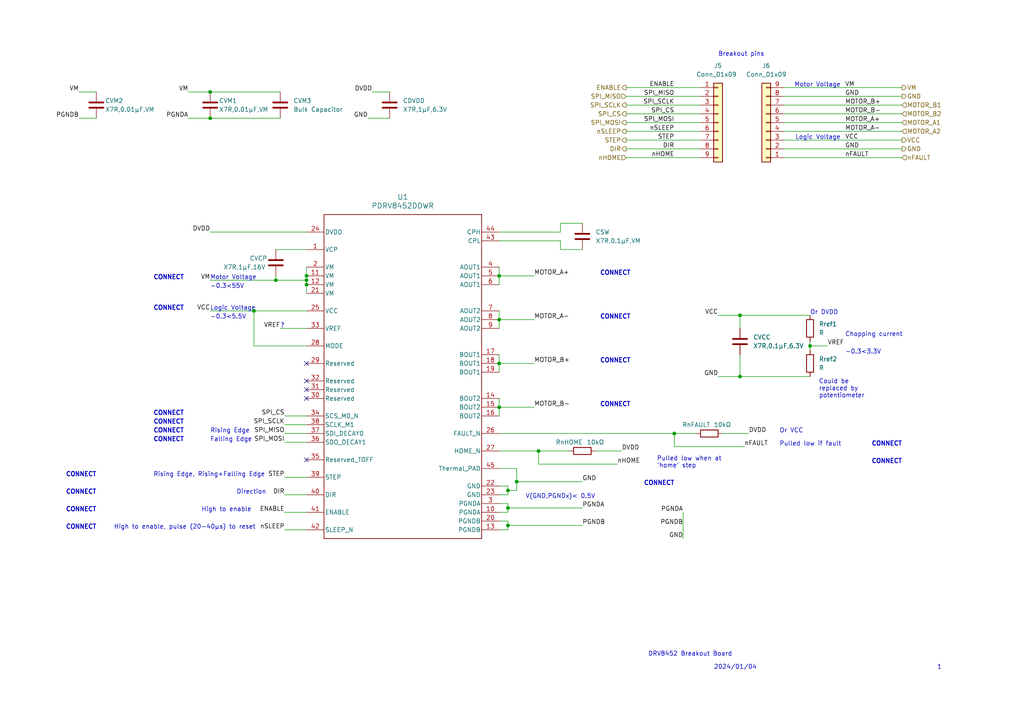
<source format=kicad_sch>
(kicad_sch (version 20230121) (generator eeschema)
  (paper "A4")
  (lib_symbols
    (symbol "Connector_Generic:Conn_01x09" (pin_names (offset 1.016) hide)
      (property "Reference" "J" (at 0 12.7 0))
      (property "Value" "Conn_01x09" (at 0 -12.7 0))
      (symbol "Conn_01x09_1_1"
        (rectangle (start -1.27 -10.033) (end 0 -10.287) (stroke (width 0.1524)))
        (rectangle (start -1.27 -7.493) (end 0 -7.747) (stroke (width 0.1524)))
        (rectangle (start -1.27 -4.953) (end 0 -5.207) (stroke (width 0.1524)))
        (rectangle (start -1.27 -2.413) (end 0 -2.667) (stroke (width 0.1524)))
        (rectangle (start -1.27 0.127) (end 0 -0.127) (stroke (width 0.1524)))
        (rectangle (start -1.27 2.667) (end 0 2.413) (stroke (width 0.1524)))
        (rectangle (start -1.27 5.207) (end 0 4.953) (stroke (width 0.1524)))
        (rectangle (start -1.27 7.747) (end 0 7.493) (stroke (width 0.1524)))
        (rectangle (start -1.27 10.287) (end 0 10.033) (stroke (width 0.1524)))
        (rectangle (start -1.27 11.43) (end 1.27 -11.43) (stroke (width 0.254)) (fill (type background)))
        (pin passive line (at -5.08 10.16 0) (length 3.81) (name "Pin_1") (number "1"))
        (pin passive line (at -5.08 7.62 0) (length 3.81) (name "Pin_2") (number "2"))
        (pin passive line (at -5.08 5.08 0) (length 3.81) (name "Pin_3") (number "3"))
        (pin passive line (at -5.08 2.54 0) (length 3.81) (name "Pin_4") (number "4"))
        (pin passive line (at -5.08 0 0) (length 3.81) (name "Pin_5") (number "5"))
        (pin passive line (at -5.08 -2.54 0) (length 3.81) (name "Pin_6") (number "6"))
        (pin passive line (at -5.08 -5.08 0) (length 3.81) (name "Pin_7") (number "7"))
        (pin passive line (at -5.08 -7.62 0) (length 3.81) (name "Pin_8") (number "8"))
        (pin passive line (at -5.08 -10.16 0) (length 3.81) (name "Pin_9") (number "9"))
      )
    )
    (symbol "DRV8452:PDRV8452DDWR" (pin_names (offset 0.254))
      (property "Reference" "U" (at 0 2.54 0))
      (property "Value" "PDRV8452DDWR" (at 0 0 0))
      (symbol "PDRV8452DDWR_0_1"
        (polyline (pts (xy 5.08 -88.9) (xy 50.8 -88.9)) (stroke (width 0.2032)))
        (polyline (pts (xy 5.08 5.08) (xy 5.08 -88.9)) (stroke (width 0.2032)))
        (polyline (pts (xy 50.8 -88.9) (xy 50.8 5.08)) (stroke (width 0.2032)))
        (polyline (pts (xy 50.8 5.08) (xy 5.08 5.08)) (stroke (width 0.2032)))
        (pin power_in line (at 0 -5.08 0) (length 5.08) (name "VCP") (number "1"))
        (pin power_in line (at 55.88 -81.28 180) (length 5.08) (name "PGNDA") (number "10"))
        (pin power_in line (at 0 -12.7 0) (length 5.08) (name "VM") (number "11"))
        (pin power_in line (at 0 -15.24 0) (length 5.08) (name "VM") (number "12"))
        (pin power_in line (at 55.88 -86.36 180) (length 5.08) (name "PGNDB") (number "13"))
        (pin unspecified line (at 55.88 -48.26 180) (length 5.08) (name "BOUT2") (number "14"))
        (pin unspecified line (at 55.88 -50.8 180) (length 5.08) (name "BOUT2") (number "15"))
        (pin unspecified line (at 55.88 -53.34 180) (length 5.08) (name "BOUT2") (number "16"))
        (pin unspecified line (at 55.88 -35.56 180) (length 5.08) (name "BOUT1") (number "17"))
        (pin unspecified line (at 55.88 -38.1 180) (length 5.08) (name "BOUT1") (number "18"))
        (pin unspecified line (at 55.88 -40.64 180) (length 5.08) (name "BOUT1") (number "19"))
        (pin power_in line (at 0 -10.16 0) (length 5.08) (name "VM") (number "2"))
        (pin power_in line (at 55.88 -83.82 180) (length 5.08) (name "PGNDB") (number "20"))
        (pin power_in line (at 0 -17.78 0) (length 5.08) (name "VM") (number "21"))
        (pin power_in line (at 55.88 -73.66 180) (length 5.08) (name "GND") (number "22"))
        (pin power_in line (at 55.88 -76.2 180) (length 5.08) (name "GND") (number "23"))
        (pin power_in line (at 0 0 0) (length 5.08) (name "DVDD") (number "24"))
        (pin power_in line (at 0 -22.86 0) (length 5.08) (name "VCC") (number "25"))
        (pin open_collector line (at 55.88 -58.42 180) (length 5.08) (name "FAULT_N") (number "26"))
        (pin open_collector line (at 55.88 -63.5 180) (length 5.08) (name "HOME_N") (number "27"))
        (pin input line (at 0 -33.02 0) (length 5.08) (name "MODE") (number "28"))
        (pin unspecified line (at 0 -38.1 0) (length 5.08) (name "Reserved") (number "29"))
        (pin power_in line (at 55.88 -78.74 180) (length 5.08) (name "PGNDA") (number "3"))
        (pin unspecified line (at 0 -48.26 0) (length 5.08) (name "Reserved") (number "30"))
        (pin unspecified line (at 0 -45.72 0) (length 5.08) (name "Reserved") (number "31"))
        (pin unspecified line (at 0 -43.18 0) (length 5.08) (name "Reserved") (number "32"))
        (pin unspecified line (at 0 -27.94 0) (length 5.08) (name "VREF") (number "33"))
        (pin input line (at 0 -53.34 0) (length 5.08) (name "SCS_M0_N") (number "34"))
        (pin unspecified line (at 0 -66.04 0) (length 5.08) (name "Reserved_TOFF") (number "35"))
        (pin output line (at 0 -60.96 0) (length 5.08) (name "SDO_DECAY1") (number "36"))
        (pin input line (at 0 -58.42 0) (length 5.08) (name "SDI_DECAY0") (number "37"))
        (pin input line (at 0 -55.88 0) (length 5.08) (name "SCLK_M1") (number "38"))
        (pin input line (at 0 -71.12 0) (length 5.08) (name "STEP") (number "39"))
        (pin unspecified line (at 55.88 -10.16 180) (length 5.08) (name "AOUT1") (number "4"))
        (pin input line (at 0 -76.2 0) (length 5.08) (name "DIR") (number "40"))
        (pin input line (at 0 -81.28 0) (length 5.08) (name "ENABLE") (number "41"))
        (pin input line (at 0 -86.36 0) (length 5.08) (name "SLEEP_N") (number "42"))
        (pin unspecified line (at 55.88 -2.54 180) (length 5.08) (name "CPL") (number "43"))
        (pin unspecified line (at 55.88 0 180) (length 5.08) (name "CPH") (number "44"))
        (pin power_in line (at 55.88 -68.58 180) (length 5.08) (name "Thermal_PAD") (number "45"))
        (pin unspecified line (at 55.88 -12.7 180) (length 5.08) (name "AOUT1") (number "5"))
        (pin unspecified line (at 55.88 -15.24 180) (length 5.08) (name "AOUT1") (number "6"))
        (pin unspecified line (at 55.88 -22.86 180) (length 5.08) (name "AOUT2") (number "7"))
        (pin unspecified line (at 55.88 -25.4 180) (length 5.08) (name "AOUT2") (number "8"))
        (pin unspecified line (at 55.88 -27.94 180) (length 5.08) (name "AOUT2") (number "9"))
      )
    )
    (symbol "Device:C" (pin_numbers hide) (pin_names (offset 0.254))
      (property "Reference" "C" (at 0.635 2.54 0))
      (property "Value" "C" (at 0.635 -2.54 0))
      (symbol "C_0_1"
        (polyline (pts (xy -2.032 -0.762) (xy 2.032 -0.762)) (stroke (width 0.508)))
        (polyline (pts (xy -2.032 0.762) (xy 2.032 0.762)) (stroke (width 0.508)))
      )
      (symbol "C_1_1"
        (pin passive line (at 0 3.81 270) (length 2.794) (name "~") (number "1"))
        (pin passive line (at 0 -3.81 90) (length 2.794) (name "~") (number "2"))
      )
    )
    (symbol "Device:R" (pin_numbers hide) (pin_names (offset 0))
      (property "Reference" "R" (at 2.032 0 90))
      (property "Value" "R" (at 0 0 90))
      (symbol "R_0_1"
        (rectangle (start -1.016 -2.54) (end 1.016 2.54) (stroke (width 0.254)))
      )
      (symbol "R_1_1"
        (pin passive line (at 0 3.81 270) (length 1.27) (name "~") (number "1"))
        (pin passive line (at 0 -3.81 90) (length 1.27) (name "~") (number "2"))
      )
    )
  )
  (junction (at 149.86 139.7))
  (junction (at 88.9 81.28))
  (junction (at 156.21 130.81))
  (junction (at 80.01 81.28))
  (junction (at 144.78 118.11))
  (junction (at 214.63 109.22))
  (junction (at 214.63 91.44))
  (junction (at 147.32 142.24))
  (junction (at 88.9 82.55))
  (junction (at 88.9 80.01))
  (junction (at 144.78 80.01))
  (junction (at 234.95 100.33))
  (junction (at 60.96 34.29))
  (junction (at 144.78 92.71))
  (junction (at 60.96 26.67))
  (junction (at 73.66 90.17))
  (junction (at 195.58 125.73))
  (junction (at 147.32 152.4))
  (junction (at 147.32 147.32))
  (junction (at 144.78 105.41))
  (no_connect (at 88.9 113.03))
  (no_connect (at 88.9 115.57))
  (no_connect (at 88.9 110.49))
  (no_connect (at 88.9 105.41))
  (no_connect (at 88.9 133.35))
  (wire (pts (xy 214.63 91.44) (xy 208.28 91.44)))
  (wire (pts (xy 60.96 26.67) (xy 81.28 26.67)))
  (wire (pts (xy 227.33 40.64) (xy 261.62 40.64)))
  (wire (pts (xy 82.55 153.67) (xy 88.9 153.67)))
  (wire (pts (xy 60.96 67.31) (xy 88.9 67.31)))
  (wire (pts (xy 181.61 27.94) (xy 203.2 27.94)))
  (wire (pts (xy 144.78 90.17) (xy 144.78 92.71)))
  (wire (pts (xy 234.95 100.33) (xy 234.95 101.6)))
  (wire (pts (xy 181.61 33.02) (xy 203.2 33.02)))
  (wire (pts (xy 22.86 34.29) (xy 27.94 34.29)))
  (wire (pts (xy 147.32 152.4) (xy 168.91 152.4)))
  (wire (pts (xy 60.96 90.17) (xy 73.66 90.17)))
  (wire (pts (xy 227.33 38.1) (xy 261.62 38.1)))
  (wire (pts (xy 88.9 100.33) (xy 73.66 100.33)))
  (wire (pts (xy 144.78 105.41) (xy 154.94 105.41)))
  (wire (pts (xy 198.12 148.59) (xy 198.12 156.21)))
  (wire (pts (xy 209.55 125.73) (xy 217.17 125.73)))
  (wire (pts (xy 88.9 77.47) (xy 88.9 80.01)))
  (wire (pts (xy 156.21 130.81) (xy 165.1 130.81)))
  (wire (pts (xy 168.91 72.39) (xy 162.56 72.39)))
  (wire (pts (xy 147.32 147.32) (xy 147.32 148.59)))
  (wire (pts (xy 227.33 43.18) (xy 261.62 43.18)))
  (wire (pts (xy 82.55 143.51) (xy 88.9 143.51)))
  (wire (pts (xy 147.32 147.32) (xy 168.91 147.32)))
  (wire (pts (xy 147.32 153.67) (xy 144.78 153.67)))
  (wire (pts (xy 214.63 109.22) (xy 234.95 109.22)))
  (wire (pts (xy 227.33 27.94) (xy 261.62 27.94)))
  (wire (pts (xy 179.07 134.62) (xy 156.21 134.62)))
  (wire (pts (xy 22.86 26.67) (xy 27.94 26.67)))
  (wire (pts (xy 195.58 129.54) (xy 195.58 125.73)))
  (wire (pts (xy 82.55 120.65) (xy 88.9 120.65)))
  (wire (pts (xy 227.33 45.72) (xy 261.62 45.72)))
  (wire (pts (xy 73.66 90.17) (xy 88.9 90.17)))
  (wire (pts (xy 147.32 142.24) (xy 147.32 140.97)))
  (wire (pts (xy 88.9 81.28) (xy 88.9 82.55)))
  (wire (pts (xy 144.78 130.81) (xy 156.21 130.81)))
  (wire (pts (xy 144.78 67.31) (xy 162.56 67.31)))
  (wire (pts (xy 234.95 99.06) (xy 234.95 100.33)))
  (wire (pts (xy 144.78 135.89) (xy 149.86 135.89)))
  (wire (pts (xy 54.61 26.67) (xy 60.96 26.67)))
  (wire (pts (xy 88.9 82.55) (xy 88.9 85.09)))
  (wire (pts (xy 227.33 25.4) (xy 261.62 25.4)))
  (wire (pts (xy 181.61 43.18) (xy 203.2 43.18)))
  (wire (pts (xy 147.32 142.24) (xy 149.86 142.24)))
  (wire (pts (xy 181.61 40.64) (xy 203.2 40.64)))
  (wire (pts (xy 80.01 80.01) (xy 80.01 81.28)))
  (wire (pts (xy 144.78 125.73) (xy 195.58 125.73)))
  (wire (pts (xy 144.78 115.57) (xy 144.78 118.11)))
  (wire (pts (xy 147.32 143.51) (xy 147.32 142.24)))
  (wire (pts (xy 214.63 95.25) (xy 214.63 91.44)))
  (wire (pts (xy 149.86 139.7) (xy 149.86 142.24)))
  (wire (pts (xy 181.61 35.56) (xy 203.2 35.56)))
  (wire (pts (xy 162.56 72.39) (xy 162.56 69.85)))
  (wire (pts (xy 144.78 118.11) (xy 144.78 120.65)))
  (wire (pts (xy 147.32 152.4) (xy 147.32 153.67)))
  (wire (pts (xy 107.95 26.67) (xy 113.03 26.67)))
  (wire (pts (xy 82.55 125.73) (xy 88.9 125.73)))
  (wire (pts (xy 144.78 80.01) (xy 154.94 80.01)))
  (wire (pts (xy 144.78 80.01) (xy 144.78 82.55)))
  (wire (pts (xy 162.56 64.77) (xy 168.91 64.77)))
  (wire (pts (xy 106.68 34.29) (xy 113.03 34.29)))
  (wire (pts (xy 234.95 100.33) (xy 240.03 100.33)))
  (wire (pts (xy 195.58 125.73) (xy 201.93 125.73)))
  (wire (pts (xy 144.78 102.87) (xy 144.78 105.41)))
  (wire (pts (xy 227.33 33.02) (xy 261.62 33.02)))
  (wire (pts (xy 80.01 81.28) (xy 88.9 81.28)))
  (wire (pts (xy 214.63 91.44) (xy 234.95 91.44)))
  (wire (pts (xy 73.66 100.33) (xy 73.66 90.17)))
  (wire (pts (xy 149.86 139.7) (xy 168.91 139.7)))
  (wire (pts (xy 215.9 129.54) (xy 195.58 129.54)))
  (wire (pts (xy 144.78 151.13) (xy 147.32 151.13)))
  (wire (pts (xy 60.96 81.28) (xy 80.01 81.28)))
  (wire (pts (xy 208.28 109.22) (xy 214.63 109.22)))
  (wire (pts (xy 144.78 92.71) (xy 154.94 92.71)))
  (wire (pts (xy 162.56 67.31) (xy 162.56 64.77)))
  (wire (pts (xy 88.9 80.01) (xy 88.9 81.28)))
  (wire (pts (xy 181.61 38.1) (xy 203.2 38.1)))
  (wire (pts (xy 144.78 140.97) (xy 147.32 140.97)))
  (wire (pts (xy 82.55 123.19) (xy 88.9 123.19)))
  (wire (pts (xy 156.21 134.62) (xy 156.21 130.81)))
  (wire (pts (xy 88.9 148.59) (xy 82.55 148.59)))
  (wire (pts (xy 88.9 72.39) (xy 80.01 72.39)))
  (wire (pts (xy 82.55 128.27) (xy 88.9 128.27)))
  (wire (pts (xy 214.63 109.22) (xy 214.63 102.87)))
  (wire (pts (xy 144.78 92.71) (xy 144.78 95.25)))
  (wire (pts (xy 181.61 25.4) (xy 203.2 25.4)))
  (wire (pts (xy 147.32 151.13) (xy 147.32 152.4)))
  (wire (pts (xy 144.78 77.47) (xy 144.78 80.01)))
  (wire (pts (xy 162.56 69.85) (xy 144.78 69.85)))
  (wire (pts (xy 181.61 30.48) (xy 203.2 30.48)))
  (wire (pts (xy 82.55 138.43) (xy 88.9 138.43)))
  (wire (pts (xy 144.78 146.05) (xy 147.32 146.05)))
  (wire (pts (xy 144.78 118.11) (xy 154.94 118.11)))
  (wire (pts (xy 81.28 95.25) (xy 88.9 95.25)))
  (wire (pts (xy 54.61 34.29) (xy 60.96 34.29)))
  (wire (pts (xy 60.96 34.29) (xy 81.28 34.29)))
  (wire (pts (xy 144.78 105.41) (xy 144.78 107.95)))
  (wire (pts (xy 149.86 135.89) (xy 149.86 139.7)))
  (wire (pts (xy 227.33 35.56) (xy 261.62 35.56)))
  (wire (pts (xy 147.32 146.05) (xy 147.32 147.32)))
  (wire (pts (xy 144.78 148.59) (xy 147.32 148.59)))
  (wire (pts (xy 227.33 30.48) (xy 261.62 30.48)))
  (wire (pts (xy 144.78 143.51) (xy 147.32 143.51)))
  (wire (pts (xy 181.61 45.72) (xy 203.2 45.72)))
  (wire (pts (xy 172.72 130.81) (xy 180.34 130.81)))
  (text "Chopping current" (at 245.11 97.79 0) (effects (font (size 1.27 1.27)) (justify left bottom)))
  (text "CONNECT" (at 173.99 92.71 0) (effects (font (size 1.27 1.27) (thickness 0.254) bold) (justify left bottom)))
  (text "Could be\nreplaced by\npotentiometer" (at 237.49 115.57 0) (effects (font (size 1.27 1.27)) (justify left bottom)))
  (text "CONNECT" (at 252.73 129.54 0) (effects (font (size 1.27 1.27) (thickness 0.254) bold) (justify left bottom)))
  (text "CONNECT" (at 44.45 81.28 0) (effects (font (size 1.27 1.27) (thickness 0.254) bold) (justify left bottom)))
  (text "Pulled low when at\n'home' step" (at 190.5 135.89 0) (effects (font (size 1.27 1.27)) (justify left bottom)))
  (text "CONNECT" (at 19.05 138.43 0) (effects (font (size 1.27 1.27) (thickness 0.254) bold) (justify left bottom)))
  (text "CONNECT" (at 173.99 80.01 0) (effects (font (size 1.27 1.27) (thickness 0.254) bold) (justify left bottom)))
  (text "CONNECT" (at 173.99 105.41 0) (effects (font (size 1.27 1.27) (thickness 0.254) bold) (justify left bottom)))
  (text "DRV8452 Breakout Board" (at 187.96 190.5 0) (effects (font (size 1.27 1.27)) (justify left bottom)))
  (text "High to enable, pulse (20-40µs) to reset" (at 33.02 153.67 0) (effects (font (size 1.27 1.27)) (justify left bottom)))
  (text "Direction" (at 68.58 143.51 0) (effects (font (size 1.27 1.27)) (justify left bottom)))
  (text "Logic Voltage" (at 60.96 90.17 0) (effects (font (size 1.27 1.27)) (justify left bottom)))
  (text "CONNECT" (at 44.45 128.27 0) (effects (font (size 1.27 1.27) (thickness 0.254) bold) (justify left bottom)))
  (text "Logic Voltage" (at 243.84 40.64 0) (effects (font (size 1.27 1.27)) (justify right bottom)))
  (text "CONNECT" (at 44.45 120.65 0) (effects (font (size 1.27 1.27) (thickness 0.254) bold) (justify left bottom)))
  (text "CONNECT" (at 173.99 118.11 0) (effects (font (size 1.27 1.27) (thickness 0.254) bold) (justify left bottom)))
  (text "Motor Voltage" (at 60.96 81.28 0) (effects (font (size 1.27 1.27)) (justify left bottom)))
  (text "CONNECT" (at 44.45 90.17 0) (effects (font (size 1.27 1.27) (thickness 0.254) bold) (justify left bottom)))
  (text "Rising Edge, Rising+Falling Edge" (at 44.45 138.43 0) (effects (font (size 1.27 1.27)) (justify left bottom)))
  (text "CONNECT" (at 186.69 140.97 0) (effects (font (size 1.27 1.27) (thickness 0.254) bold) (justify left bottom)))
  (text "CONNECT" (at 19.05 153.67 0) (effects (font (size 1.27 1.27) (thickness 0.254) bold) (justify left bottom)))
  (text "CONNECT" (at 19.05 148.59 0) (effects (font (size 1.27 1.27) (thickness 0.254) bold) (justify left bottom)))
  (text "Falling Edge" (at 60.96 128.27 0) (effects (font (size 1.27 1.27)) (justify left bottom)))
  (text "CONNECT" (at 252.73 134.62 0) (effects (font (size 1.27 1.27) (thickness 0.254) bold) (justify left bottom)))
  (text "CONNECT" (at 44.45 125.73 0) (effects (font (size 1.27 1.27) (thickness 0.254) bold) (justify left bottom)))
  (text "2024/01/04" (at 207.01 194.31 0) (effects (font (size 1.27 1.27)) (justify left bottom)))
  (text "-0.3<5.5V" (at 60.96 92.71 0) (effects (font (size 1.27 1.27)) (justify left bottom)))
  (text "Or DVDD" (at 234.95 91.44 0) (effects (font (size 1.27 1.27)) (justify left bottom)))
  (text "Motor Voltage" (at 243.84 25.4 0) (effects (font (size 1.27 1.27)) (justify right bottom)))
  (text "CONNECT" (at 19.05 143.51 0) (effects (font (size 1.27 1.27) (thickness 0.254) bold) (justify left bottom)))
  (text "High to enable" (at 58.42 148.59 0) (effects (font (size 1.27 1.27)) (justify left bottom)))
  (text "Breakout pins" (at 208.28 16.51 0) (effects (font (size 1.27 1.27)) (justify left bottom)))
  (text "Rising Edge" (at 60.96 125.73 0) (effects (font (size 1.27 1.27)) (justify left bottom)))
  (text "?" (at 81.28 95.25 0) (effects (font (size 1.27 1.27)) (justify left bottom)))
  (text "­V(GND,PGNDx)< 0.5V" (at 152.4 144.78 0) (effects (font (size 1.27 1.27)) (justify left bottom)))
  (text "-0.3<55V" (at 60.96 83.82 0) (effects (font (size 1.27 1.27)) (justify left bottom)))
  (text "Pulled low if fault" (at 226.06 129.54 0) (effects (font (size 1.27 1.27)) (justify left bottom)))
  (text "Or VCC" (at 226.06 125.73 0) (effects (font (size 1.27 1.27)) (justify left bottom)))
  (text "CONNECT" (at 44.45 123.19 0) (effects (font (size 1.27 1.27) (thickness 0.254) bold) (justify left bottom)))
  (text "-0.3<3.3V" (at 245.11 102.87 0) (effects (font (size 1.27 1.27)) (justify left bottom)))
  (text "1" (at 271.78 194.31 0) (effects (font (size 1.27 1.27)) (justify left bottom)))
  (label "STEP" (at 195.58 40.64 180))
  (label "MOTOR_A-" (at 154.94 92.71 0))
  (label "GND" (at 245.11 27.94 0))
  (label "SPI_CS" (at 195.58 33.02 180))
  (label "SPI_CS" (at 82.55 120.65 180))
  (label "VM" (at 22.86 26.67 180))
  (label "MOTOR_A+" (at 154.94 80.01 0))
  (label "SPI_MISO" (at 195.58 27.94 180))
  (label "GND" (at 245.11 43.18 0))
  (label "VCC" (at 245.11 40.64 0))
  (label "VCC" (at 60.96 90.17 180))
  (label "SPI_MOSI" (at 195.58 35.56 180))
  (label "nHOME" (at 195.58 45.72 180))
  (label "GND" (at 208.28 109.22 180))
  (label "VM" (at 245.11 25.4 0))
  (label "GND" (at 198.12 156.21 180))
  (label "nHOME" (at 179.07 134.62 0))
  (label "PGNDA" (at 168.91 147.32 0))
  (label "DVDD" (at 107.95 26.67 180))
  (label "STEP" (at 82.55 138.43 180))
  (label "PGNDA" (at 198.12 148.59 180))
  (label "MOTOR_B+" (at 154.94 105.41 0))
  (label "nFAULT" (at 245.11 45.72 0))
  (label "PGNDA" (at 54.61 34.29 180))
  (label "VCC" (at 208.28 91.44 180))
  (label "DVDD" (at 217.17 125.73 0))
  (label "nFAULT" (at 215.9 129.54 0))
  (label "MOTOR_A-" (at 245.11 38.1 0))
  (label "DVDD" (at 180.34 130.81 0))
  (label "MOTOR_B+" (at 245.11 30.48 0))
  (label "SPI_MISO" (at 82.55 125.73 180))
  (label "nSLEEP" (at 195.58 38.1 180))
  (label "MOTOR_B-" (at 245.11 33.02 0))
  (label "MOTOR_B-" (at 154.94 118.11 0))
  (label "GND" (at 106.68 34.29 180))
  (label "SPI_SCLK" (at 195.58 30.48 180))
  (label "DVDD" (at 60.96 67.31 180))
  (label "VM" (at 60.96 81.28 180))
  (label "MOTOR_A+" (at 245.11 35.56 0))
  (label "nSLEEP" (at 82.55 153.67 180))
  (label "PGNDB" (at 168.91 152.4 0))
  (label "ENABLE" (at 82.55 148.59 180))
  (label "DIR" (at 195.58 43.18 180))
  (label "DIR" (at 82.55 143.51 180))
  (label "GND" (at 168.91 139.7 0))
  (label "SPI_SCLK" (at 82.55 123.19 180))
  (label "ENABLE" (at 195.58 25.4 180))
  (label "VM" (at 54.61 26.67 180))
  (label "VREF" (at 81.28 95.25 180))
  (label "PGNDB" (at 22.86 34.29 180))
  (label "PGNDB" (at 198.12 152.4 180))
  (label "VREF" (at 240.03 100.33 0))
  (label "SPI_MOSI" (at 82.55 128.27 180))
  (hierarchical_label "ENABLE" (shape output) (at 181.61 25.4 180))
  (hierarchical_label "GND" (shape output) (at 261.62 27.94 0))
  (hierarchical_label "SPI_MISO" (shape input) (at 181.61 27.94 180))
  (hierarchical_label "nFAULT" (shape input) (at 261.62 45.72 0))
  (hierarchical_label "VM" (shape output) (at 261.62 25.4 0))
  (hierarchical_label "GND" (shape output) (at 261.62 43.18 0))
  (hierarchical_label "VCC" (shape output) (at 261.62 40.64 0))
  (hierarchical_label "MOTOR_A1" (shape input) (at 261.62 35.56 0))
  (hierarchical_label "MOTOR_B2" (shape input) (at 261.62 33.02 0))
  (hierarchical_label "SPI_CS" (shape output) (at 181.61 33.02 180))
  (hierarchical_label "nSLEEP" (shape output) (at 181.61 38.1 180))
  (hierarchical_label "MOTOR_B1" (shape input) (at 261.62 30.48 0))
  (hierarchical_label "STEP" (shape output) (at 181.61 40.64 180))
  (hierarchical_label "SPI_MOSI" (shape output) (at 181.61 35.56 180))
  (hierarchical_label "SPI_SCLK" (shape output) (at 181.61 30.48 180))
  (hierarchical_label "nHOME" (shape input) (at 181.61 45.72 180))
  (hierarchical_label "MOTOR_A2" (shape input) (at 261.62 38.1 0))
  (hierarchical_label "DIR" (shape output) (at 181.61 43.18 180))
  (symbol (lib_id "Device:C") (at 113.03 30.48 0) (unit 1)
    (property "Reference" "CDVDD" (at 116.84 29.21 0) (effects (justify left)))
    (property "Value" "X7R,1µF,6.3V" (at 116.84 31.75 0) (effects (justify left)))
  )
  (symbol (lib_id "Device:R") (at 205.74 125.73 90) (unit 1)
    (property "Reference" "10kΩ" (at 209.55 123.19 90))
    (property "Value" "RnFAULT" (at 201.93 123.19 90))
  )
  (symbol (lib_id "Device:R") (at 234.95 95.25 0) (unit 1)
    (property "Reference" "Rref1" (at 237.49 93.98 0) (effects (justify left)))
    (property "Value" "R" (at 237.49 96.52 0) (effects (justify left)))
  )
  (symbol (lib_id "Connector_Generic:Conn_01x09") (at 208.28 35.56 0) (unit 1)
    (property "Reference" "J5" (at 207.01 19.05 0) (effects (justify left)))
    (property "Value" "Conn_01x09" (at 201.93 21.59 0) (effects (justify left)))
  )
  (symbol (lib_id "Device:C") (at 80.01 76.2 0) (unit 1)
    (property "Reference" "CVCP" (at 72.39 74.93 0) (effects (justify left)))
    (property "Value" "X7R,1µF,16V" (at 64.77 77.47 0) (effects (justify left)))
  )
  (symbol (lib_id "Device:C") (at 60.96 30.48 0) (unit 1)
    (property "Reference" "CVM1" (at 63.5 29.21 0) (effects (justify left)))
    (property "Value" "X7R,0.01µF,VM" (at 63.5 31.75 0) (effects (justify left)))
  )
  (symbol (lib_id "Device:C") (at 168.91 68.58 0) (unit 1)
    (property "Reference" "CSW" (at 172.72 67.31 0) (effects (justify left)))
    (property "Value" "X7R,0.1µF,VM" (at 172.72 69.85 0) (effects (justify left)))
  )
  (symbol (lib_id "Device:C") (at 214.63 99.06 0) (unit 1)
    (property "Reference" "CVCC" (at 218.44 97.79 0) (effects (justify left)))
    (property "Value" "X7R,0.1µF,6.3V " (at 218.44 100.33 0) (effects (justify left)))
  )
  (symbol (lib_id "Device:C") (at 81.28 30.48 0) (unit 1)
    (property "Reference" "CVM3" (at 85.09 29.21 0) (effects (justify left)))
    (property "Value" "Bulk Capacitor" (at 85.09 31.75 0) (effects (justify left)))
  )
  (symbol (lib_id "Connector_Generic:Conn_01x09") (at 222.25 35.56 180) (unit 1)
    (property "Reference" "J6" (at 222.25 19.05 0))
    (property "Value" "Conn_01x09" (at 222.25 21.59 0))
  )
  (symbol (lib_id "Device:R") (at 234.95 105.41 0) (unit 1)
    (property "Reference" "Rref2" (at 237.49 104.14 0) (effects (justify left)))
    (property "Value" "R" (at 237.49 106.68 0) (effects (justify left)))
  )
  (symbol (lib_id "Device:C") (at 27.94 30.48 0) (unit 1)
    (property "Reference" "CVM2" (at 30.48 29.21 0) (effects (justify left)))
    (property "Value" "X7R,0.01µF,VM" (at 30.48 31.75 0) (effects (justify left)))
  )
  (symbol (lib_id "DRV8452:PDRV8452DDWR") (at 88.9 67.31 0) (unit 1)
    (property "Reference" "U1" (at 116.84 57.15 0) (effects (font (size 1.524 1.524))))
    (property "Value" "PDRV8452DDWR" (at 116.84 59.69 0) (effects (font (size 1.524 1.524))))
    (property "Footprint" "DDW0044E-IPC_A" (effects hide))
    (property "Datasheet" "PDRV8452DDWR" (effects hide))
  )
  (symbol (lib_id "Device:R") (at 168.91 130.81 90) (unit 1)
    (property "Reference" "10kΩ" (at 172.72 128.27 90))
    (property "Value" "RnHOME" (at 165.1 128.27 90))
  )
)
</source>
